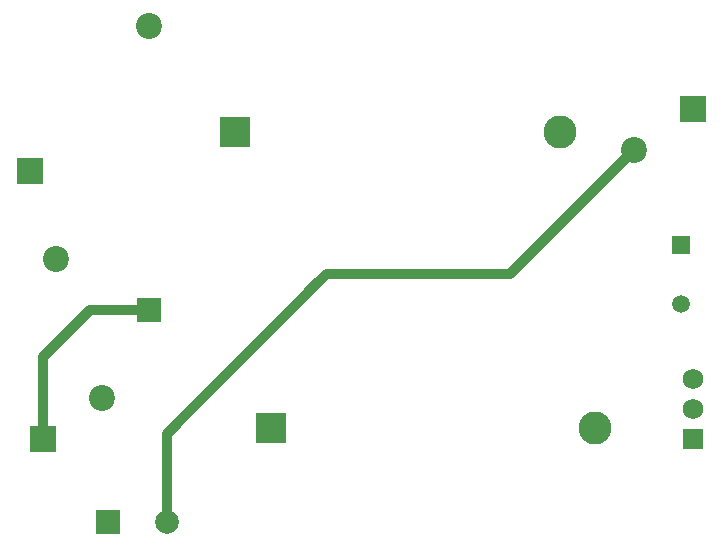
<source format=gtl>
G75*
G70*
%OFA0B0*%
%FSLAX24Y24*%
%IPPOS*%
%LPD*%
%AMOC8*
5,1,8,0,0,1.08239X$1,22.5*
%
%ADD10R,0.0984X0.0984*%
%ADD11C,0.1102*%
%ADD12C,0.0594*%
%ADD13R,0.0594X0.0594*%
%ADD14R,0.0689X0.0689*%
%ADD15C,0.0689*%
%ADD16R,0.0787X0.0787*%
%ADD17C,0.0866*%
%ADD18R,0.0866X0.0866*%
%ADD19C,0.0787*%
%ADD20C,0.0320*%
D10*
X032094Y027272D03*
X030913Y037114D03*
D11*
X041740Y037114D03*
X042921Y027272D03*
D12*
X045776Y031406D03*
D13*
X045776Y033374D03*
D14*
X046169Y026878D03*
D15*
X046169Y027878D03*
X046169Y028878D03*
D16*
X026681Y024122D03*
X028059Y031209D03*
D17*
X024949Y032882D03*
X026484Y028256D03*
X028059Y040657D03*
X044201Y036524D03*
D18*
X046169Y037902D03*
X024516Y026878D03*
X024083Y035835D03*
D19*
X028650Y024122D03*
D20*
X028650Y027075D01*
X033689Y032114D01*
X033965Y032390D01*
X040067Y032390D01*
X044201Y036524D01*
X028059Y031209D02*
X026091Y031209D01*
X024516Y029634D01*
X024516Y026878D01*
M02*

</source>
